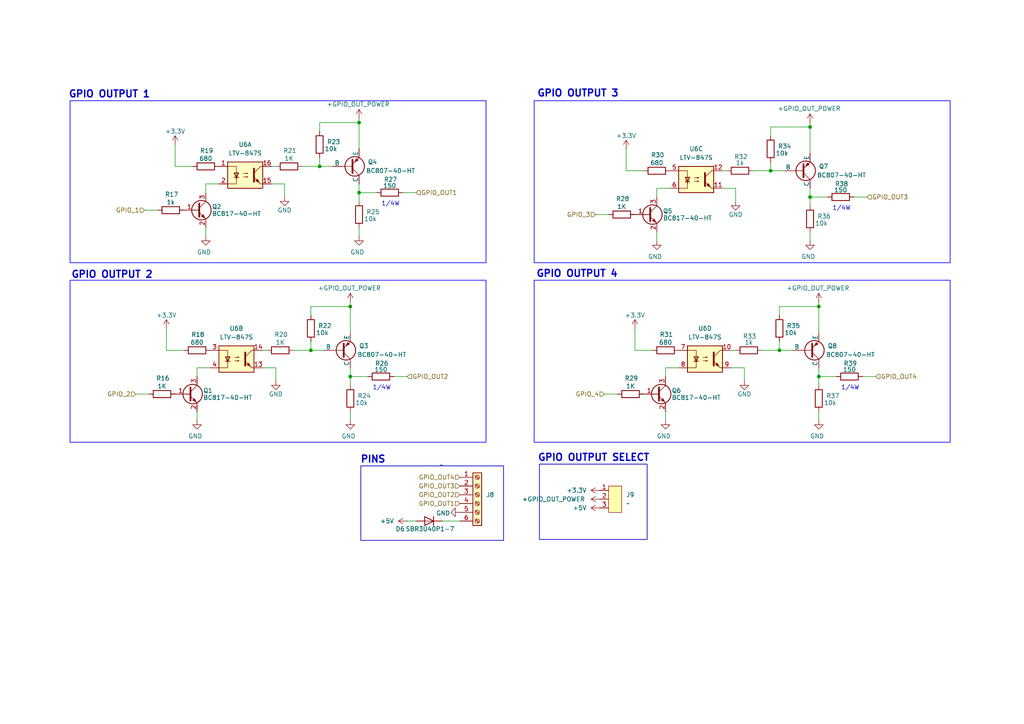
<source format=kicad_sch>
(kicad_sch (version 20250114) (generator "eeschema") (generator_version "9.0")
  (paper "A4")
  (title_block (title "Analog Reading") (date "2025-05-20") (company "Mergened") (comment 1 "Designed by Oguzhan ESEN"))
  (lib_symbols
    (symbol "CONN_Header_6pos:1x3"
      (property "Reference" "C" (at 4.064 8.89 0))
      (symbol "1x3_1_1"
        (rectangle (start 0 7.62) (end 3.81 0) (fill (type color) (color 251 255 172 1)))
        (pin passive line (at -2.54 6.35 0) (length 2.54) (name "") (number "1"))
        (pin passive line (at -2.54 3.81 0) (length 2.54) (name "") (number "2"))
        (pin passive line (at -2.54 1.27 0) (length 2.54) (name "") (number "3"))
      )
    )
    (symbol "Connector:Screw_Terminal_01x06" (pin_names (offset 1.016) (hide yes))
      (property "Reference" "J" (at 0 7.62 0))
      (property "Value" "Screw_Terminal_01x06" (at 0 -10.16 0))
      (symbol "Screw_Terminal_01x06_1_1"
        (rectangle (start -1.27 6.35) (end 1.27 -8.89) (stroke (width 0.254)) (fill (type background)))
        (polyline (pts (xy -0.5334 5.4102) (xy 0.3302 4.572)) (stroke (width 0.1524)))
        (polyline (pts (xy -0.5334 2.8702) (xy 0.3302 2.032)) (stroke (width 0.1524)))
        (polyline (pts (xy -0.5334 0.3302) (xy 0.3302 -0.508)) (stroke (width 0.1524)))
        (polyline (pts (xy -0.5334 -2.2098) (xy 0.3302 -3.048)) (stroke (width 0.1524)))
        (polyline (pts (xy -0.5334 -4.7498) (xy 0.3302 -5.588)) (stroke (width 0.1524)))
        (polyline (pts (xy -0.5334 -7.2898) (xy 0.3302 -8.128)) (stroke (width 0.1524)))
        (polyline (pts (xy -0.3556 5.588) (xy 0.508 4.7498)) (stroke (width 0.1524)))
        (polyline (pts (xy -0.3556 3.048) (xy 0.508 2.2098)) (stroke (width 0.1524)))
        (polyline (pts (xy -0.3556 0.508) (xy 0.508 -0.3302)) (stroke (width 0.1524)))
        (polyline (pts (xy -0.3556 -2.032) (xy 0.508 -2.8702)) (stroke (width 0.1524)))
        (polyline (pts (xy -0.3556 -4.572) (xy 0.508 -5.4102)) (stroke (width 0.1524)))
        (polyline (pts (xy -0.3556 -7.112) (xy 0.508 -7.9502)) (stroke (width 0.1524)))
        (circle (center 0 5.08) (radius 0.635) (stroke (width 0.1524)))
        (circle (center 0 2.54) (radius 0.635) (stroke (width 0.1524)))
        (circle (center 0 0) (radius 0.635) (stroke (width 0.1524)))
        (circle (center 0 -2.54) (radius 0.635) (stroke (width 0.1524)))
        (circle (center 0 -5.08) (radius 0.635) (stroke (width 0.1524)))
        (circle (center 0 -7.62) (radius 0.635) (stroke (width 0.1524)))
        (pin passive line (at -5.08 5.08 0) (length 3.81) (name "Pin_1") (number "1"))
        (pin passive line (at -5.08 2.54 0) (length 3.81) (name "Pin_2") (number "2"))
        (pin passive line (at -5.08 0 0) (length 3.81) (name "Pin_3") (number "3"))
        (pin passive line (at -5.08 -2.54 0) (length 3.81) (name "Pin_4") (number "4"))
        (pin passive line (at -5.08 -5.08 0) (length 3.81) (name "Pin_5") (number "5"))
        (pin passive line (at -5.08 -7.62 0) (length 3.81) (name "Pin_6") (number "6"))
      )
    )
    (symbol "Device:D" (pin_numbers (hide yes)) (pin_names (offset 1.016) (hide yes))
      (property "Reference" "D" (at 0 2.54 0))
      (property "Value" "D" (at 0 -2.54 0))
      (symbol "D_0_1"
        (polyline (pts (xy -1.27 1.27) (xy -1.27 -1.27)) (stroke (width 0.254)))
        (polyline (pts (xy 1.27 1.27) (xy 1.27 -1.27) (xy -1.27 0) (xy 1.27 1.27)) (stroke (width 0.254)))
        (polyline (pts (xy 1.27 0) (xy -1.27 0)))
      )
      (symbol "D_1_1"
        (pin passive line (at -3.81 0 0) (length 2.54) (name "K") (number "1"))
        (pin passive line (at 3.81 0 180) (length 2.54) (name "A") (number "2"))
      )
    )
    (symbol "Device:R" (pin_numbers (hide yes)) (pin_names (offset 0))
      (property "Reference" "R" (at 2.032 0 90))
      (property "Value" "R" (at 0 0 90))
      (symbol "R_0_1"
        (rectangle (start -1.016 -2.54) (end 1.016 2.54) (stroke (width 0.254)))
      )
      (symbol "R_1_1"
        (pin passive line (at 0 3.81 270) (length 1.27) (name "~") (number "1"))
        (pin passive line (at 0 -3.81 90) (length 1.27) (name "~") (number "2"))
      )
    )
    (symbol "Isolator:LTV-847S" (pin_names (offset 1.016))
      (property "Reference" "U" (at -3.81 5.08 0))
      (property "Value" "LTV-847S" (at 0 -5.08 0))
      (symbol "LTV-847S_0_1"
        (rectangle (start -5.08 3.81) (end 5.08 -3.81) (stroke (width 0.254)) (fill (type background)))
        (polyline (pts (xy -5.08 2.54) (xy -2.54 2.54) (xy -2.54 -1.27) (xy -2.54 0.635)))
        (polyline (pts (xy -3.175 -0.635) (xy -1.905 -0.635)) (stroke (width 0.254)))
        (polyline (pts (xy -2.54 -0.635) (xy -2.54 -2.54) (xy -5.08 -2.54)))
        (polyline (pts (xy -2.54 -0.635) (xy -3.175 0.635) (xy -1.905 0.635) (xy -2.54 -0.635)) (stroke (width 0.254)))
        (polyline (pts (xy -0.508 0.508) (xy 0.762 0.508) (xy 0.381 0.381) (xy 0.381 0.635) (xy 0.762 0.508)))
        (polyline (pts (xy -0.508 -0.508) (xy 0.762 -0.508) (xy 0.381 -0.635) (xy 0.381 -0.381) (xy 0.762 -0.508)))
        (polyline (pts (xy 2.54 1.905) (xy 2.54 -1.905) (xy 2.54 -1.905)) (stroke (width 0.508)))
        (polyline (pts (xy 2.54 0.635) (xy 4.445 2.54)))
        (polyline (pts (xy 3.048 -1.651) (xy 3.556 -1.143) (xy 4.064 -2.159) (xy 3.048 -1.651) (xy 3.048 -1.651)) (fill (type outline)))
        (polyline (pts (xy 4.445 2.54) (xy 5.08 2.54)))
        (polyline (pts (xy 4.445 -2.54) (xy 2.54 -0.635)) (fill (type outline)))
        (polyline (pts (xy 4.445 -2.54) (xy 5.08 -2.54)))
      )
      (symbol "LTV-847S_1_1"
        (pin passive line (at -7.62 2.54 0) (length 2.54) (name "~") (number "1"))
        (pin passive line (at -7.62 -2.54 0) (length 2.54) (name "~") (number "2"))
        (pin passive line (at 7.62 2.54 180) (length 2.54) (name "~") (number "16"))
        (pin passive line (at 7.62 -2.54 180) (length 2.54) (name "~") (number "15"))
      )
      (symbol "LTV-847S_2_1"
        (pin passive line (at -7.62 2.54 0) (length 2.54) (name "~") (number "3"))
        (pin passive line (at -7.62 -2.54 0) (length 2.54) (name "~") (number "4"))
        (pin passive line (at 7.62 2.54 180) (length 2.54) (name "~") (number "14"))
        (pin passive line (at 7.62 -2.54 180) (length 2.54) (name "~") (number "13"))
      )
      (symbol "LTV-847S_3_1"
        (pin passive line (at -7.62 2.54 0) (length 2.54) (name "~") (number "5"))
        (pin passive line (at -7.62 -2.54 0) (length 2.54) (name "~") (number "6"))
        (pin passive line (at 7.62 2.54 180) (length 2.54) (name "~") (number "12"))
        (pin passive line (at 7.62 -2.54 180) (length 2.54) (name "~") (number "11"))
      )
      (symbol "LTV-847S_4_1"
        (pin passive line (at -7.62 2.54 0) (length 2.54) (name "~") (number "7"))
        (pin passive line (at -7.62 -2.54 0) (length 2.54) (name "~") (number "8"))
        (pin passive line (at 7.62 2.54 180) (length 2.54) (name "~") (number "10"))
        (pin passive line (at 7.62 -2.54 180) (length 2.54) (name "~") (number "9"))
      )
    )
    (symbol "Simulation_SPICE:PNP" (pin_numbers (hide yes)) (pin_names (offset 0))
      (property "Reference" "Q7" (at 5.08 -1.2701 0))
      (property "Value" "PNP" (at 5.08 1.2699 0))
      (symbol "PNP_0_1"
        (polyline (pts (xy -2.54 0) (xy 0.635 0)) (stroke (width 0.1524)))
        (polyline (pts (xy 0.635 1.905) (xy 0.635 -1.905) (xy 0.635 -1.905)) (stroke (width 0.508)))
        (polyline (pts (xy 0.635 0.635) (xy 2.54 2.54)))
        (polyline (pts (xy 0.635 -0.635) (xy 2.54 -2.54) (xy 2.54 -2.54)))
        (circle (center 1.27 0) (radius 2.8194) (stroke (width 0.254)))
        (polyline (pts (xy 2.286 -1.778) (xy 1.778 -2.286) (xy 1.27 -1.27) (xy 2.286 -1.778) (xy 2.286 -1.778)) (fill (type outline)))
      )
      (symbol "PNP_1_1"
        (pin input line (at -5.08 0 0) (length 2.54) (name "B") (number "1"))
        (pin open_collector line (at 2.54 5.08 270) (length 2.54) (name "C") (number "3"))
        (pin open_emitter line (at 2.54 -5.08 90) (length 2.54) (name "E") (number "2"))
      )
    )
    (symbol "Transistor_BJT:BC817" (pin_names (offset 0) (hide yes))
      (property "Reference" "Q" (at 5.08 1.905 0))
      (property "Value" "BC817" (at 5.08 0 0))
      (symbol "BC817_0_1"
        (polyline (pts (xy 0.635 1.905) (xy 0.635 -1.905) (xy 0.635 -1.905)) (stroke (width 0.508)))
        (polyline (pts (xy 0.635 0.635) (xy 2.54 2.54)))
        (polyline (pts (xy 0.635 -0.635) (xy 2.54 -2.54) (xy 2.54 -2.54)))
        (circle (center 1.27 0) (radius 2.8194) (stroke (width 0.254)))
        (polyline (pts (xy 1.27 -1.778) (xy 1.778 -1.27) (xy 2.286 -2.286) (xy 1.27 -1.778) (xy 1.27 -1.778)) (fill (type outline)))
      )
      (symbol "BC817_1_1"
        (pin input line (at -5.08 0 0) (length 5.715) (name "B") (number "1"))
        (pin passive line (at 2.54 5.08 270) (length 2.54) (name "C") (number "3"))
        (pin passive line (at 2.54 -5.08 90) (length 2.54) (name "E") (number "2"))
      )
    )
    (symbol "power:+3.3V" (power) (pin_numbers (hide yes)) (pin_names (offset 0) (hide yes))
      (property "Value" "+3.3V" (at 0 3.556 0))
      (symbol "+3.3V_0_1"
        (polyline (pts (xy -0.762 1.27) (xy 0 2.54)))
        (polyline (pts (xy 0 2.54) (xy 0.762 1.27)))
        (polyline (pts (xy 0 0) (xy 0 2.54)))
      )
      (symbol "+3.3V_1_1"
        (pin power_in line (at 0 0 90) (length 0) (name "~") (number "1"))
      )
    )
    (symbol "power:+5V" (power) (pin_numbers (hide yes)) (pin_names (offset 0) (hide yes))
      (property "Value" "+5V" (at 0 3.556 0))
      (symbol "+5V_0_1"
        (polyline (pts (xy -0.762 1.27) (xy 0 2.54)))
        (polyline (pts (xy 0 2.54) (xy 0.762 1.27)))
        (polyline (pts (xy 0 0) (xy 0 2.54)))
      )
      (symbol "+5V_1_1"
        (pin power_in line (at 0 0 90) (length 0) (name "~") (number "1"))
      )
    )
    (symbol "power:GND" (power) (pin_numbers (hide yes)) (pin_names (offset 0) (hide yes))
      (property "Value" "GND" (at 0 -3.81 0))
      (symbol "GND_0_1"
        (polyline (pts (xy 0 0) (xy 0 -1.27) (xy 1.27 -1.27) (xy 0 -2.54) (xy -1.27 -1.27) (xy 0 -1.27)))
      )
      (symbol "GND_1_1"
        (pin power_in line (at 0 0 270) (length 0) (name "~") (number "1"))
      )
    )
  )
  (rectangle (start 154.94 81.28) (end 275.59 128.27) (stroke (width 0.2) (color 10 0 255 1)))
  (rectangle (start 154.94 29.21) (end 275.59 76.2) (stroke (width 0.2) (color 10 0 255 1)))
  (rectangle (start 20.32 81.28) (end 140.97 128.27) (stroke (width 0.2) (color 10 0 255 1)))
  (rectangle (start 104.648 135.128) (end 146.05 156.718) (stroke (width 0.2)))
  (rectangle (start 156.464 134.62) (end 187.706 156.464) (stroke (width 0.2)))
  (rectangle (start 20.32 29.21) (end 140.97 76.2) (stroke (width 0.2) (color 10 0 255 1)))
  (text "GPIO OUTPUT 1" (at 31.75 27.432 0) (effects (font (size 2 2) (thickness 0.4) (bold yes))))
  (text "PINS\n" (at 108.204 133.35 0) (effects (font (size 2 2) (thickness 0.4) (bold yes))))
  (text "GPIO OUTPUT 2\n" (at 32.512 79.756 0) (effects (font (size 2 2) (thickness 0.4) (bold yes))))
  (text "1/4W" (at 246.634 112.522 0) (effects (font (size 1.27 1.27))))
  (text "1/4W" (at 113.284 59.182 0) (effects (font (size 1.27 1.27))))
  (text "GPIO OUTPUT SELECT\n" (at 172.212 132.842 0) (effects (font (size 2 2) (thickness 0.4) (bold yes))))
  (text "1/4W" (at 244.094 60.452 0) (effects (font (size 1.27 1.27))))
  (text "GPIO OUTPUT 4\n" (at 167.386 79.502 0) (effects (font (size 2 2) (thickness 0.4) (bold yes))))
  (text "1/4W" (at 110.744 112.522 0) (effects (font (size 1.27 1.27))))
  (text "GPIO OUTPUT 3\n" (at 167.64 27.178 0) (effects (font (size 2 2) (thickness 0.4) (bold yes))))
  (junction (at 104.14 35.56))
  (junction (at 101.6 88.9))
  (junction (at 226.06 101.6))
  (junction (at 92.71 48.26))
  (junction (at 101.6 109.22))
  (junction (at 234.95 57.15))
  (junction (at 237.49 88.9))
  (junction (at 104.14 55.88))
  (junction (at 234.95 36.83))
  (junction (at 237.49 109.22))
  (junction (at 223.52 49.53))
  (junction (at 90.17 101.6))
  (wire (pts (xy 223.52 49.53) (xy 218.44 49.53)))
  (wire (pts (xy 223.52 36.83) (xy 223.52 39.37)))
  (wire (pts (xy 101.6 88.9) (xy 90.17 88.9)))
  (wire (pts (xy 90.17 88.9) (xy 90.17 91.44)))
  (wire (pts (xy 118.11 151.13) (xy 120.65 151.13)))
  (wire (pts (xy 92.71 35.56) (xy 92.71 38.1)))
  (wire (pts (xy 104.14 55.88) (xy 104.14 58.42)))
  (wire (pts (xy 237.49 88.9) (xy 226.06 88.9)))
  (wire (pts (xy 90.17 101.6) (xy 85.09 101.6)))
  (wire (pts (xy 250.19 109.22) (xy 254 109.22)))
  (wire (pts (xy 104.14 53.34) (xy 104.14 55.88)))
  (wire (pts (xy 128.27 151.13) (xy 133.35 151.13)))
  (wire (pts (xy 182.88 62.23) (xy 184.15 62.23)))
  (wire (pts (xy 193.04 106.68) (xy 193.04 109.22)))
  (wire (pts (xy 227.33 49.53) (xy 223.52 49.53)))
  (wire (pts (xy 50.8 114.3) (xy 49.53 114.3)))
  (wire (pts (xy 50.8 41.91) (xy 50.8 48.26)))
  (wire (pts (xy 237.49 87.63) (xy 237.49 88.9)))
  (wire (pts (xy 48.26 95.25) (xy 48.26 101.6)))
  (wire (pts (xy 190.5 54.61) (xy 190.5 57.15)))
  (wire (pts (xy 185.42 114.3) (xy 186.69 114.3)))
  (wire (pts (xy 116.84 55.88) (xy 120.65 55.88)))
  (wire (pts (xy 215.9 106.68) (xy 215.9 110.49)))
  (wire (pts (xy 194.31 54.61) (xy 190.5 54.61)))
  (wire (pts (xy 114.3 109.22) (xy 118.11 109.22)))
  (wire (pts (xy 41.91 60.96) (xy 45.72 60.96)))
  (wire (pts (xy 234.95 35.56) (xy 234.95 36.83)))
  (wire (pts (xy 184.15 95.25) (xy 184.15 101.6)))
  (wire (pts (xy 237.49 109.22) (xy 242.57 109.22)))
  (wire (pts (xy 90.17 99.06) (xy 90.17 101.6)))
  (wire (pts (xy 78.74 53.34) (xy 82.55 53.34)))
  (wire (pts (xy 59.69 53.34) (xy 59.69 55.88)))
  (wire (pts (xy 53.34 60.96) (xy 52.07 60.96)))
  (wire (pts (xy 63.5 53.34) (xy 59.69 53.34)))
  (wire (pts (xy 175.26 114.3) (xy 179.07 114.3)))
  (wire (pts (xy 234.95 57.15) (xy 234.95 59.69)))
  (wire (pts (xy 181.61 43.18) (xy 181.61 49.53)))
  (wire (pts (xy 48.26 101.6) (xy 53.34 101.6)))
  (wire (pts (xy 247.65 57.15) (xy 251.46 57.15)))
  (wire (pts (xy 209.55 54.61) (xy 213.36 54.61)))
  (wire (pts (xy 223.52 46.99) (xy 223.52 49.53)))
  (wire (pts (xy 92.71 45.72) (xy 92.71 48.26)))
  (wire (pts (xy 237.49 88.9) (xy 237.49 96.52)))
  (wire (pts (xy 104.14 35.56) (xy 92.71 35.56)))
  (wire (pts (xy 101.6 109.22) (xy 106.68 109.22)))
  (wire (pts (xy 50.8 48.26) (xy 55.88 48.26)))
  (wire (pts (xy 226.06 88.9) (xy 226.06 91.44)))
  (wire (pts (xy 234.95 69.85) (xy 234.95 67.31)))
  (wire (pts (xy 226.06 101.6) (xy 220.98 101.6)))
  (wire (pts (xy 59.69 66.04) (xy 59.69 68.58)))
  (wire (pts (xy 193.04 119.38) (xy 193.04 121.92)))
  (wire (pts (xy 196.85 106.68) (xy 193.04 106.68)))
  (wire (pts (xy 226.06 99.06) (xy 226.06 101.6)))
  (wire (pts (xy 184.15 101.6) (xy 189.23 101.6)))
  (wire (pts (xy 104.14 55.88) (xy 109.22 55.88)))
  (wire (pts (xy 80.01 48.26) (xy 78.74 48.26)))
  (wire (pts (xy 213.36 54.61) (xy 213.36 58.42)))
  (wire (pts (xy 237.49 121.92) (xy 237.49 119.38)))
  (wire (pts (xy 234.95 36.83) (xy 234.95 44.45)))
  (wire (pts (xy 92.71 48.26) (xy 87.63 48.26)))
  (wire (pts (xy 96.52 48.26) (xy 92.71 48.26)))
  (wire (pts (xy 39.37 114.3) (xy 43.18 114.3)))
  (wire (pts (xy 93.98 101.6) (xy 90.17 101.6)))
  (wire (pts (xy 101.6 106.68) (xy 101.6 109.22)))
  (wire (pts (xy 104.14 68.58) (xy 104.14 66.04)))
  (wire (pts (xy 60.96 106.68) (xy 57.15 106.68)))
  (wire (pts (xy 237.49 106.68) (xy 237.49 109.22)))
  (wire (pts (xy 234.95 36.83) (xy 223.52 36.83)))
  (wire (pts (xy 101.6 109.22) (xy 101.6 111.76)))
  (wire (pts (xy 104.14 34.29) (xy 104.14 35.56)))
  (wire (pts (xy 80.01 106.68) (xy 80.01 110.49)))
  (wire (pts (xy 172.72 62.23) (xy 176.53 62.23)))
  (wire (pts (xy 229.87 101.6) (xy 226.06 101.6)))
  (wire (pts (xy 82.55 53.34) (xy 82.55 57.15)))
  (wire (pts (xy 77.47 101.6) (xy 76.2 101.6)))
  (wire (pts (xy 234.95 57.15) (xy 240.03 57.15)))
  (wire (pts (xy 213.36 101.6) (xy 212.09 101.6)))
  (wire (pts (xy 181.61 49.53) (xy 186.69 49.53)))
  (wire (pts (xy 237.49 109.22) (xy 237.49 111.76)))
  (wire (pts (xy 57.15 106.68) (xy 57.15 109.22)))
  (wire (pts (xy 101.6 121.92) (xy 101.6 119.38)))
  (wire (pts (xy 101.6 88.9) (xy 101.6 96.52)))
  (wire (pts (xy 190.5 67.31) (xy 190.5 69.85)))
  (wire (pts (xy 76.2 106.68) (xy 80.01 106.68)))
  (wire (pts (xy 212.09 106.68) (xy 215.9 106.68)))
  (wire (pts (xy 57.15 119.38) (xy 57.15 121.92)))
  (wire (pts (xy 210.82 49.53) (xy 209.55 49.53)))
  (wire (pts (xy 104.14 35.56) (xy 104.14 43.18)))
  (wire (pts (xy 101.6 87.63) (xy 101.6 88.9)))
  (wire (pts (xy 234.95 54.61) (xy 234.95 57.15)))
  (hierarchical_label "GPIO_2" (shape input) (at 39.37 114.3 180))
  (hierarchical_label "GPIO_OUT2" (shape input) (at 133.35 143.51 180))
  (hierarchical_label "GPIO_OUT2" (shape input) (at 118.11 109.22 0))
  (hierarchical_label "GPIO_OUT1" (shape input) (at 120.65 55.88 0))
  (hierarchical_label "GPIO_OUT3" (shape input) (at 251.46 57.15 0))
  (hierarchical_label "GPIO_OUT4" (shape input) (at 254 109.22 0))
  (hierarchical_label "GPIO_4" (shape input) (at 175.26 114.3 180))
  (hierarchical_label "GPIO_OUT3" (shape input) (at 133.35 140.97 180))
  (hierarchical_label "GPIO_3" (shape input) (at 172.72 62.23 180))
  (hierarchical_label "GPIO_OUT4" (shape input) (at 133.35 138.43 180))
  (hierarchical_label "GPIO_1" (shape input) (at 41.91 60.96 180))
  (hierarchical_label "GPIO_OUT1" (shape input) (at 133.35 146.05 180))
  (symbol (lib_id "Device:R") (at 81.28 101.6 90) (unit 1)
    (property "Reference" "R20" (at 81.534 97.028 90))
    (property "Value" "1K" (at 81.28 99.314 90))
    (property "Footprint" "Resistor_SMD:R_0603_1608Metric_Pad0.98x0.95mm_HandSolder" (effects (hide yes)))
    (property "Description" "Resistor" (effects (hide yes)))
    (property "DigiKey" "CRT03F7E1001" (effects (hide yes)))
    (property "OZDISAN" "CRT03F7E1001" (effects (hide yes)))
  )
  (symbol (lib_id "Device:R") (at 190.5 49.53 90) (unit 1)
    (property "Reference" "R30" (at 190.754 44.958 90))
    (property "Value" "680" (at 190.5 47.244 90))
    (property "Footprint" "Resistor_SMD:R_0603_1608Metric_Pad0.98x0.95mm_HandSolder" (effects (hide yes)))
    (property "Description" "Resistor" (effects (hide yes)))
    (property "DigiKey" "  311-210HRTR-ND" (effects (hide yes)))
    (property "OZDISAN" "0603SAF6800T5E" (effects (hide yes)))
  )
  (symbol (lib_id "Device:R") (at 223.52 43.18 0) (mirror x) (unit 1)
    (property "Reference" "R34" (at 227.584 42.418 0))
    (property "Value" "10k" (at 226.822 44.45 0))
    (property "Footprint" "Resistor_SMD:R_0603_1608Metric_Pad0.98x0.95mm_HandSolder" (effects (hide yes)))
    (property "Description" "Resistor" (effects (hide yes)))
    (property "DigiKey" "  311-210HRTR-ND" (effects (hide yes)))
    (property "OZDISAN" "0603SAJ0103TDE" (effects (hide yes)))
  )
  (symbol (lib_id "power:GND") (at 57.15 121.92 0) (unit 1)
    (property "Reference" "#PWR041" (effects (hide yes)))
    (property "Value" "GND" (at 56.642 126.492 0))
    (property "Description" "Power symbol creates a global label with name \"GND\" , ground" (effects (hide yes)))
  )
  (symbol (lib_id "power:+3.3V") (at 173.99 142.24 90) (unit 1)
    (property "Reference" "#PWR051" (effects (hide yes)))
    (property "Value" "+3.3V" (at 170.18 142.2399 90) (effects (justify left)))
    (property "Description" "Power symbol creates a global label with name \"+3.3V\"" (effects (hide yes)))
  )
  (symbol (lib_id "Device:R") (at 193.04 101.6 90) (unit 1)
    (property "Reference" "R31" (at 193.294 97.028 90))
    (property "Value" "680" (at 193.04 99.314 90))
    (property "Footprint" "Resistor_SMD:R_0603_1608Metric_Pad0.98x0.95mm_HandSolder" (effects (hide yes)))
    (property "Description" "Resistor" (effects (hide yes)))
    (property "DigiKey" "  311-210HRTR-ND" (effects (hide yes)))
    (property "OZDISAN" "0603SAF6800T5E" (effects (hide yes)))
  )
  (symbol (lib_id "power:GND") (at 80.01 110.49 0) (unit 1)
    (property "Reference" "#PWR043" (effects (hide yes)))
    (property "Value" "GND" (at 80.01 114.3 0))
    (property "Description" "Power symbol creates a global label with name \"GND\" , ground" (effects (hide yes)))
  )
  (symbol (lib_id "power:GND") (at 133.35 148.59 270) (mirror x) (unit 1)
    (property "Reference" "#PWR050" (effects (hide yes)))
    (property "Value" "GND" (at 128.524 148.844 90))
    (property "Description" "Power symbol creates a global label with name \"GND\" , ground" (effects (hide yes)))
  )
  (symbol (lib_id "Simulation_SPICE:PNP") (at 99.06 101.6 0) (mirror x) (unit 1)
    (property "Reference" "Q3" (at 104.14 100.3299 0) (effects (justify left)))
    (property "Value" "BC807-40-HT" (at 103.632 102.87 0) (effects (justify left)))
    (property "Footprint" "Package_TO_SOT_SMD:SOT-23-3" (effects (hide yes)))
    (property "Datasheet" "https://ngspice.sourceforge.io/docs/ngspice-html-manual/manual.xhtml#cha_BJTs" (effects (hide yes)))
    (property "Description" "Bipolar transistor symbol for simulation only, substrate tied to the emitter" (effects (hide yes)))
    (property "Sim.Device" "PNP" (effects (hide yes)))
    (property "Sim.Type" "GUMMELPOON" (effects (hide yes)))
    (property "Sim.Pins" "1=C 2=B 3=E" (effects (hide yes)))
    (property "ÖZDİSAN" "BC857B,215" (effects (hide yes)))
    (property "OZDISAN" "BC807-40-HT" (effects (hide yes)))
  )
  (symbol (lib_id "power:GND") (at 59.69 68.58 0) (unit 1)
    (property "Reference" "#PWR042" (effects (hide yes)))
    (property "Value" "GND" (at 59.182 73.152 0))
    (property "Description" "Power symbol creates a global label with name \"GND\" , ground" (effects (hide yes)))
  )
  (symbol (lib_id "power:GND") (at 234.95 69.85 0) (unit 1)
    (property "Reference" "#PWR061" (effects (hide yes)))
    (property "Value" "GND" (at 234.442 74.422 0))
    (property "Description" "Power symbol creates a global label with name \"GND\" , ground" (effects (hide yes)))
  )
  (symbol (lib_id "power:+5V") (at 173.99 144.78 90) (unit 1)
    (property "Reference" "#PWR052" (effects (hide yes)))
    (property "Value" "+GPIO_OUT_POWER" (at 160.528 144.78 90))
    (property "Description" "Power symbol creates a global label with name \"+5V\"" (effects (hide yes)))
  )
  (symbol (lib_id "Device:R") (at 110.49 109.22 270) (mirror x) (unit 1)
    (property "Reference" "R26" (at 110.744 105.41 90))
    (property "Value" "150" (at 110.49 107.188 90))
    (property "Footprint" "Resistor_SMD:R_1206_3216Metric_Pad1.30x1.75mm_HandSolder" (effects (hide yes)))
    (property "Description" "Resistor" (effects (hide yes)))
    (property "DigiKey" "  311-210HRTR-ND" (effects (hide yes)))
    (property "OZDISAN" "ERJ8GEYJ151V" (effects (hide yes)))
  )
  (symbol (lib_id "Simulation_SPICE:PNP") (at 234.95 101.6 0) (mirror x) (unit 1)
    (property "Reference" "Q8" (at 240.03 100.3299 0) (effects (justify left)))
    (property "Value" "BC807-40-HT" (at 239.522 102.87 0) (effects (justify left)))
    (property "Footprint" "Package_TO_SOT_SMD:SOT-23-3" (effects (hide yes)))
    (property "Datasheet" "https://ngspice.sourceforge.io/docs/ngspice-html-manual/manual.xhtml#cha_BJTs" (effects (hide yes)))
    (property "Description" "Bipolar transistor symbol for simulation only, substrate tied to the emitter" (effects (hide yes)))
    (property "Sim.Device" "PNP" (effects (hide yes)))
    (property "Sim.Type" "GUMMELPOON" (effects (hide yes)))
    (property "Sim.Pins" "1=C 2=B 3=E" (effects (hide yes)))
    (property "ÖZDİSAN" "BC857B,215" (effects (hide yes)))
    (property "OZDISAN" "BC807-40-HT" (effects (hide yes)))
  )
  (symbol (lib_id "Device:R") (at 113.03 55.88 270) (mirror x) (unit 1)
    (property "Reference" "R27" (at 113.284 52.07 90))
    (property "Value" "150" (at 113.03 53.848 90))
    (property "Footprint" "Resistor_SMD:R_1206_3216Metric_Pad1.30x1.75mm_HandSolder" (effects (hide yes)))
    (property "Description" "Resistor" (effects (hide yes)))
    (property "DigiKey" "  311-210HRTR-ND" (effects (hide yes)))
    (property "OZDISAN" "ERJ8GEYJ151V" (effects (hide yes)))
  )
  (symbol (lib_id "Transistor_BJT:BC817") (at 54.61 114.3 0) (unit 1)
    (property "Reference" "Q1" (at 58.928 113.284 0) (effects (justify left)))
    (property "Value" "BC817-40-HT" (at 58.928 115.316 0) (effects (justify left)))
    (property "Footprint" "Package_TO_SOT_SMD:SOT-23" (effects (hide yes)))
    (property "Datasheet" "https://www.ozdisan.com/api/pdf/product/assets/BC817_BC817W_BC337.pdf" (effects (hide yes)))
    (property "Description" "TRANSISTOR DIS.500mA 45V NPN SOT23 GEN. SMT" (effects (hide yes)))
    (property "OZDISAN" "BC817-40-HT" (effects (hide yes)))
  )
  (symbol (lib_id "power:GND") (at 193.04 121.92 0) (unit 1)
    (property "Reference" "#PWR057" (effects (hide yes)))
    (property "Value" "GND" (at 192.532 126.492 0))
    (property "Description" "Power symbol creates a global label with name \"GND\" , ground" (effects (hide yes)))
  )
  (symbol (lib_id "Device:R") (at 226.06 95.25 0) (mirror x) (unit 1)
    (property "Reference" "R35" (at 230.124 94.488 0))
    (property "Value" "10k" (at 229.362 96.52 0))
    (property "Footprint" "Resistor_SMD:R_0603_1608Metric_Pad0.98x0.95mm_HandSolder" (effects (hide yes)))
    (property "Description" "Resistor" (effects (hide yes)))
    (property "DigiKey" "  311-210HRTR-ND" (effects (hide yes)))
    (property "OZDISAN" "0603SAJ0103TDE" (effects (hide yes)))
  )
  (symbol (lib_id "power:+3.3V") (at 50.8 41.91 0) (unit 1)
    (property "Reference" "#PWR040" (effects (hide yes)))
    (property "Value" "+3.3V" (at 50.8 38.1 0))
    (property "Description" "Power symbol creates a global label with name \"+3.3V\"" (effects (hide yes)))
  )
  (symbol (lib_id "Isolator:LTV-847S") (at 201.93 52.07 0) (unit 3)
    (property "Reference" "U6" (at 201.93 43.18 0))
    (property "Value" "LTV-847S" (at 201.93 45.72 0))
    (property "Footprint" "Package_DIP:SMDIP-16_W9.53mm" (effects (hide yes)))
    (property "Datasheet" "http://www.us.liteon.com/downloads/LTV-817-827-847.PDF" (effects (hide yes)))
    (property "Description" "DC Optocoupler, Vce 35V, CTR 50%, SMDIP-16" (effects (hide yes)))
    (property "OZDISAN" "LTV-847S" (effects (hide yes)))
  )
  (symbol (lib_id "Device:R") (at 90.17 95.25 0) (mirror x) (unit 1)
    (property "Reference" "R22" (at 94.234 94.488 0))
    (property "Value" "10k" (at 93.472 96.52 0))
    (property "Footprint" "Resistor_SMD:R_0603_1608Metric_Pad0.98x0.95mm_HandSolder" (effects (hide yes)))
    (property "Description" "Resistor" (effects (hide yes)))
    (property "DigiKey" "  311-210HRTR-ND" (effects (hide yes)))
    (property "OZDISAN" "0603SAJ0103TDE" (effects (hide yes)))
  )
  (symbol (lib_id "power:GND") (at 190.5 69.85 0) (unit 1)
    (property "Reference" "#PWR056" (effects (hide yes)))
    (property "Value" "GND" (at 189.992 74.422 0))
    (property "Description" "Power symbol creates a global label with name \"GND\" , ground" (effects (hide yes)))
  )
  (symbol (lib_id "Device:R") (at 57.15 101.6 90) (unit 1)
    (property "Reference" "R18" (at 57.404 97.028 90))
    (property "Value" "680" (at 57.15 99.314 90))
    (property "Footprint" "Resistor_SMD:R_0603_1608Metric_Pad0.98x0.95mm_HandSolder" (effects (hide yes)))
    (property "Description" "Resistor" (effects (hide yes)))
    (property "DigiKey" "  311-210HRTR-ND" (effects (hide yes)))
    (property "OZDISAN" "0603SAF6800T5E" (effects (hide yes)))
  )
  (symbol (lib_id "Simulation_SPICE:PNP") (at 232.41 49.53 0) (mirror x) (unit 1)
    (property "Reference" "Q7" (at 237.49 48.2599 0) (effects (justify left)))
    (property "Value" "BC807-40-HT" (at 236.982 50.8 0) (effects (justify left)))
    (property "Footprint" "Package_TO_SOT_SMD:SOT-23-3" (effects (hide yes)))
    (property "Datasheet" "https://ngspice.sourceforge.io/docs/ngspice-html-manual/manual.xhtml#cha_BJTs" (effects (hide yes)))
    (property "Description" "Bipolar transistor symbol for simulation only, substrate tied to the emitter" (effects (hide yes)))
    (property "Sim.Device" "PNP" (effects (hide yes)))
    (property "Sim.Type" "GUMMELPOON" (effects (hide yes)))
    (property "Sim.Pins" "1=C 2=B 3=E" (effects (hide yes)))
    (property "ÖZDİSAN" "BC857B,215" (effects (hide yes)))
    (property "OZDISAN" "BC807-40-HT" (effects (hide yes)))
  )
  (symbol (lib_id "power:+3.3V") (at 184.15 95.25 0) (unit 1)
    (property "Reference" "#PWR055" (effects (hide yes)))
    (property "Value" "+3.3V" (at 184.15 91.44 0))
    (property "Description" "Power symbol creates a global label with name \"+3.3V\"" (effects (hide yes)))
  )
  (symbol (lib_id "power:GND") (at 215.9 110.49 0) (unit 1)
    (property "Reference" "#PWR059" (effects (hide yes)))
    (property "Value" "GND" (at 215.9 114.3 0))
    (property "Description" "Power symbol creates a global label with name \"GND\" , ground" (effects (hide yes)))
  )
  (symbol (lib_id "Device:R") (at 243.84 57.15 270) (mirror x) (unit 1)
    (property "Reference" "R38" (at 244.094 53.34 90))
    (property "Value" "150" (at 243.84 55.118 90))
    (property "Footprint" "Resistor_SMD:R_1206_3216Metric_Pad1.30x1.75mm_HandSolder" (effects (hide yes)))
    (property "Description" "Resistor" (effects (hide yes)))
    (property "DigiKey" "  311-210HRTR-ND" (effects (hide yes)))
    (property "OZDISAN" "ERJ8GEYJ151V" (effects (hide yes)))
  )
  (symbol (lib_id "Device:R") (at 182.88 114.3 90) (unit 1)
    (property "Reference" "R29" (at 183.134 109.728 90))
    (property "Value" "1K" (at 182.88 112.014 90))
    (property "Footprint" "Resistor_SMD:R_0603_1608Metric_Pad0.98x0.95mm_HandSolder" (effects (hide yes)))
    (property "Description" "Resistor" (effects (hide yes)))
    (property "DigiKey" "  311-210HRTR-ND" (effects (hide yes)))
    (property "OZDISAN" "CRT03F7E1001" (effects (hide yes)))
  )
  (symbol (lib_id "Device:R") (at 46.99 114.3 90) (unit 1)
    (property "Reference" "R16" (at 47.244 109.728 90))
    (property "Value" "1K" (at 46.99 112.014 90))
    (property "Footprint" "Resistor_SMD:R_0603_1608Metric_Pad0.98x0.95mm_HandSolder" (effects (hide yes)))
    (property "Description" "Resistor" (effects (hide yes)))
    (property "DigiKey" "CRT03F7E1001" (effects (hide yes)))
    (property "OZDISAN" "CRT03F7E1001" (effects (hide yes)))
  )
  (symbol (lib_id "Device:R") (at 83.82 48.26 90) (unit 1)
    (property "Reference" "R21" (at 84.074 43.688 90))
    (property "Value" "1K" (at 83.82 45.974 90))
    (property "Footprint" "Resistor_SMD:R_0603_1608Metric_Pad0.98x0.95mm_HandSolder" (effects (hide yes)))
    (property "Description" "Resistor" (effects (hide yes)))
    (property "DigiKey" "CRT03F7E1001" (effects (hide yes)))
    (property "OZDISAN" "CRT03F7E1001" (effects (hide yes)))
  )
  (symbol (lib_id "Isolator:LTV-847S") (at 68.58 104.14 0) (unit 2)
    (property "Reference" "U6" (at 68.58 95.25 0))
    (property "Value" "LTV-847S" (at 68.58 97.79 0))
    (property "Footprint" "Package_DIP:SMDIP-16_W9.53mm" (effects (hide yes)))
    (property "Datasheet" "http://www.us.liteon.com/downloads/LTV-817-827-847.PDF" (effects (hide yes)))
    (property "Description" "DC Optocoupler, Vce 35V, CTR 50%, SMDIP-16" (effects (hide yes)))
    (property "OZDISAN" "LTV-847S" (effects (hide yes)))
  )
  (symbol (lib_id "Device:R") (at 49.53 60.96 90) (unit 1)
    (property "Reference" "R17" (at 49.784 56.388 90))
    (property "Value" "1k" (at 49.53 58.674 90))
    (property "Footprint" "Resistor_SMD:R_0603_1608Metric_Pad0.98x0.95mm_HandSolder" (effects (hide yes)))
    (property "Description" "Resistor" (effects (hide yes)))
    (property "OZDISAN" "CRT03F7E1001" (effects (hide yes)))
  )
  (symbol (lib_id "power:+3.3V") (at 181.61 43.18 0) (unit 1)
    (property "Reference" "#PWR054" (effects (hide yes)))
    (property "Value" "+3.3V" (at 181.61 39.37 0))
    (property "Description" "Power symbol creates a global label with name \"+3.3V\"" (effects (hide yes)))
  )
  (symbol (lib_id "power:GND") (at 104.14 68.58 0) (unit 1)
    (property "Reference" "#PWR048" (effects (hide yes)))
    (property "Value" "GND" (at 103.632 73.152 0))
    (property "Description" "Power symbol creates a global label with name \"GND\" , ground" (effects (hide yes)))
  )
  (symbol (lib_id "Isolator:LTV-847S") (at 71.12 50.8 0) (unit 1)
    (property "Reference" "U6" (at 71.12 41.91 0))
    (property "Value" "LTV-847S" (at 71.12 44.45 0))
    (property "Footprint" "Package_DIP:SMDIP-16_W9.53mm" (effects (hide yes)))
    (property "Datasheet" "http://www.us.liteon.com/downloads/LTV-817-827-847.PDF" (effects (hide yes)))
    (property "Description" "DC Optocoupler, Vce 35V, CTR 50%, SMDIP-16" (effects (hide yes)))
    (property "OZDISAN" "LTV-847S" (effects (hide yes)))
  )
  (symbol (lib_id "power:GND") (at 213.36 58.42 0) (unit 1)
    (property "Reference" "#PWR058" (effects (hide yes)))
    (property "Value" "GND" (at 213.36 62.23 0))
    (property "Description" "Power symbol creates a global label with name \"GND\" , ground" (effects (hide yes)))
  )
  (symbol (lib_id "power:+5V") (at 237.49 87.63 0) (unit 1)
    (property "Reference" "#PWR062" (effects (hide yes)))
    (property "Value" "+GPIO_OUT_POWER" (at 237.236 83.566 0))
    (property "Description" "Power symbol creates a global label with name \"+5V\"" (effects (hide yes)))
  )
  (symbol (lib_id "power:+3.3V") (at 48.26 95.25 0) (unit 1)
    (property "Reference" "#PWR039" (effects (hide yes)))
    (property "Value" "+3.3V" (at 48.26 91.44 0))
    (property "Description" "Power symbol creates a global label with name \"+3.3V\"" (effects (hide yes)))
  )
  (symbol (lib_id "Device:R") (at 59.69 48.26 90) (unit 1)
    (property "Reference" "R19" (at 59.944 43.688 90))
    (property "Value" "680" (at 59.69 45.974 90))
    (property "Footprint" "Resistor_SMD:R_0603_1608Metric_Pad0.98x0.95mm_HandSolder" (effects (hide yes)))
    (property "Description" "Resistor" (effects (hide yes)))
    (property "DigiKey" "  311-210HRTR-ND" (effects (hide yes)))
    (property "OZDISAN" "0603SAF6800T5E" (effects (hide yes)))
  )
  (symbol (lib_id "power:+5V") (at 234.95 35.56 0) (unit 1)
    (property "Reference" "#PWR060" (effects (hide yes)))
    (property "Value" "+GPIO_OUT_POWER" (at 234.696 31.496 0))
    (property "Description" "Power symbol creates a global label with name \"+5V\"" (effects (hide yes)))
  )
  (symbol (lib_id "Transistor_BJT:BC817") (at 190.5 114.3 0) (unit 1)
    (property "Reference" "Q6" (at 194.818 113.284 0) (effects (justify left)))
    (property "Value" "BC817-40-HT" (at 194.818 115.316 0) (effects (justify left)))
    (property "Footprint" "Package_TO_SOT_SMD:SOT-23" (effects (hide yes)))
    (property "Datasheet" "https://www.ozdisan.com/api/pdf/product/assets/BC817_BC817W_BC337.pdf" (effects (hide yes)))
    (property "Description" "TRANSISTOR DIS.500mA 45V NPN SOT23 GEN. SMT" (effects (hide yes)))
    (property "OZDISAN" "BC817-40-HT" (effects (hide yes)))
  )
  (symbol (lib_id "power:+5V") (at 104.14 34.29 0) (unit 1)
    (property "Reference" "#PWR047" (effects (hide yes)))
    (property "Value" "+GPIO_OUT_POWER" (at 103.886 30.226 0))
    (property "Description" "Power symbol creates a global label with name \"+5V\"" (effects (hide yes)))
  )
  (symbol (lib_id "Device:R") (at 104.14 62.23 0) (mirror x) (unit 1)
    (property "Reference" "R25" (at 108.204 61.468 0))
    (property "Value" "10k" (at 107.442 63.5 0))
    (property "Footprint" "Resistor_SMD:R_0603_1608Metric_Pad0.98x0.95mm_HandSolder" (effects (hide yes)))
    (property "Description" "Resistor" (effects (hide yes)))
    (property "DigiKey" "  311-210HRTR-ND" (effects (hide yes)))
    (property "OZDISAN" "0603SAJ0103TDE" (effects (hide yes)))
  )
  (symbol (lib_id "Device:R") (at 92.71 41.91 0) (mirror x) (unit 1)
    (property "Reference" "R23" (at 96.774 41.148 0))
    (property "Value" "10k" (at 96.012 43.18 0))
    (property "Footprint" "Resistor_SMD:R_0603_1608Metric_Pad0.98x0.95mm_HandSolder" (effects (hide yes)))
    (property "Description" "Resistor" (effects (hide yes)))
    (property "DigiKey" "  311-210HRTR-ND" (effects (hide yes)))
    (property "OZDISAN" "0603SAJ0103TDE" (effects (hide yes)))
  )
  (symbol (lib_id "power:+5V") (at 118.11 151.13 90) (mirror x) (unit 1)
    (property "Reference" "#PWR049" (effects (hide yes)))
    (property "Value" "+5V" (at 114.3 151.1301 90) (effects (justify left)))
    (property "Description" "Power symbol creates a global label with name \"+5V\"" (effects (hide yes)))
  )
  (symbol (lib_id "Transistor_BJT:BC817") (at 57.15 60.96 0) (unit 1)
    (property "Reference" "Q2" (at 61.468 59.944 0) (effects (justify left)))
    (property "Value" "BC817-40-HT" (at 61.468 61.976 0) (effects (justify left)))
    (property "Footprint" "Package_TO_SOT_SMD:SOT-23" (effects (hide yes)))
    (property "Datasheet" "https://www.ozdisan.com/api/pdf/product/assets/BC817_BC817W_BC337.pdf" (effects (hide yes)))
    (property "Description" "TRANSISTOR DIS.500mA 45V NPN SOT23 GEN. SMT" (effects (hide yes)))
    (property "OZDISAN" "BC817-40-HT" (effects (hide yes)))
  )
  (symbol (lib_id "power:GND") (at 101.6 121.92 0) (unit 1)
    (property "Reference" "#PWR046" (effects (hide yes)))
    (property "Value" "GND" (at 101.092 126.492 0))
    (property "Description" "Power symbol creates a global label with name \"GND\" , ground" (effects (hide yes)))
  )
  (symbol (lib_id "Device:R") (at 214.63 49.53 90) (unit 1)
    (property "Reference" "R32" (at 214.884 45.466 90))
    (property "Value" "1k" (at 214.63 47.244 90))
    (property "Footprint" "Resistor_SMD:R_0603_1608Metric_Pad0.98x0.95mm_HandSolder" (effects (hide yes)))
    (property "Description" "Resistor" (effects (hide yes)))
    (property "DigiKey" "  311-210HRTR-ND" (effects (hide yes)))
    (property "OZDISAN" "CRT03F7E1001" (effects (hide yes)))
  )
  (symbol (lib_id "power:+5V") (at 101.6 87.63 0) (unit 1)
    (property "Reference" "#PWR045" (effects (hide yes)))
    (property "Value" "+GPIO_OUT_POWER" (at 101.346 83.566 0))
    (property "Description" "Power symbol creates a global label with name \"+5V\"" (effects (hide yes)))
  )
  (symbol (lib_id "Device:R") (at 217.17 101.6 90) (unit 1)
    (property "Reference" "R33" (at 217.424 97.536 90))
    (property "Value" "1k" (at 217.17 99.314 90))
    (property "Footprint" "Resistor_SMD:R_0603_1608Metric_Pad0.98x0.95mm_HandSolder" (effects (hide yes)))
    (property "Description" "Resistor" (effects (hide yes)))
    (property "DigiKey" "  311-210HRTR-ND" (effects (hide yes)))
    (property "OZDISAN" "CRT03F7E1001" (effects (hide yes)))
  )
  (symbol (lib_id "Simulation_SPICE:PNP") (at 101.6 48.26 0) (mirror x) (unit 1)
    (property "Reference" "Q4" (at 106.68 46.9899 0) (effects (justify left)))
    (property "Value" "BC807-40-HT" (at 106.172 49.53 0) (effects (justify left)))
    (property "Footprint" "Package_TO_SOT_SMD:SOT-23-3" (effects (hide yes)))
    (property "Datasheet" "https://ngspice.sourceforge.io/docs/ngspice-html-manual/manual.xhtml#cha_BJTs" (effects (hide yes)))
    (property "Description" "Bipolar transistor symbol for simulation only, substrate tied to the emitter" (effects (hide yes)))
    (property "Sim.Device" "PNP" (effects (hide yes)))
    (property "Sim.Type" "GUMMELPOON" (effects (hide yes)))
    (property "Sim.Pins" "1=C 2=B 3=E" (effects (hide yes)))
    (property "ÖZDİSAN" "BC857B,215" (effects (hide yes)))
    (property "OZDISAN" "BC807-40-HT" (effects (hide yes)))
  )
  (symbol (lib_id "Device:R") (at 234.95 63.5 0) (mirror x) (unit 1)
    (property "Reference" "R36" (at 239.014 62.738 0))
    (property "Value" "10k" (at 238.252 64.77 0))
    (property "Footprint" "Resistor_SMD:R_0603_1608Metric_Pad0.98x0.95mm_HandSolder" (effects (hide yes)))
    (property "Description" "Resistor" (effects (hide yes)))
    (property "DigiKey" "  311-210HRTR-ND" (effects (hide yes)))
    (property "OZDISAN" "0603SAJ0103TDE" (effects (hide yes)))
  )
  (symbol (lib_id "power:GND") (at 237.49 121.92 0) (unit 1)
    (property "Reference" "#PWR063" (effects (hide yes)))
    (property "Value" "GND" (at 236.982 126.492 0))
    (property "Description" "Power symbol creates a global label with name \"GND\" , ground" (effects (hide yes)))
  )
  (symbol (lib_id "Transistor_BJT:BC817") (at 187.96 62.23 0) (unit 1)
    (property "Reference" "Q5" (at 192.278 61.214 0) (effects (justify left)))
    (property "Value" "BC817-40-HT" (at 192.278 63.246 0) (effects (justify left)))
    (property "Footprint" "Package_TO_SOT_SMD:SOT-23" (effects (hide yes)))
    (property "Datasheet" "https://www.ozdisan.com/api/pdf/product/assets/BC817_BC817W_BC337.pdf" (effects (hide yes)))
    (property "Description" "TRANSISTOR DIS.500mA 45V NPN SOT23 GEN. SMT" (effects (hide yes)))
    (property "OZDISAN" "BC817-40-HT" (effects (hide yes)))
  )
  (symbol (lib_id "Device:R") (at 180.34 62.23 90) (unit 1)
    (property "Reference" "R28" (at 180.594 57.658 90))
    (property "Value" "1K" (at 180.34 59.944 90))
    (property "Footprint" "Resistor_SMD:R_0603_1608Metric_Pad0.98x0.95mm_HandSolder" (effects (hide yes)))
    (property "Description" "Resistor" (effects (hide yes)))
    (property "DigiKey" "  311-210HRTR-ND" (effects (hide yes)))
    (property "OZDISAN" "CRT03F7E1001" (effects (hide yes)))
  )
  (symbol (lib_id "Device:R") (at 101.6 115.57 0) (mirror x) (unit 1)
    (property "Reference" "R24" (at 105.664 114.808 0))
    (property "Value" "10k" (at 104.902 116.84 0))
    (property "Footprint" "Resistor_SMD:R_0603_1608Metric_Pad0.98x0.95mm_HandSolder" (effects (hide yes)))
    (property "Description" "Resistor" (effects (hide yes)))
    (property "DigiKey" "  311-210HRTR-ND" (effects (hide yes)))
    (property "OZDISAN" "0603SAJ0103TDE" (effects (hide yes)))
  )
  (symbol (lib_id "Connector:Screw_Terminal_01x06") (at 138.43 143.51 0) (unit 1)
    (property "Reference" "J8" (at 140.97 143.5099 0) (effects (justify left)))
    (property "Value" "~" (at 127.508 134.874 0) (effects (justify left)))
    (property "Footprint" "Connector_Hirose:Hirose_DF13-06P-1.25DSA_1x06_P1.25mm_Vertical" (effects (hide yes)))
    (property "Description" "Generic screw terminal, single row, 01x06, script generated (kicad-library-utils/schlib/autogen/connector/)" (effects (hide yes)))
    (property "OZDISAN" "4573-06MTSB" (effects (hide yes)))
  )
  (symbol (lib_id "Isolator:LTV-847S") (at 204.47 104.14 0) (unit 4)
    (property "Reference" "U6" (at 204.47 95.25 0))
    (property "Value" "LTV-847S" (at 204.47 97.79 0))
    (property "Footprint" "Package_DIP:SMDIP-16_W9.53mm" (effects (hide yes)))
    (property "Datasheet" "http://www.us.liteon.com/downloads/LTV-817-827-847.PDF" (effects (hide yes)))
    (property "Description" "DC Optocoupler, Vce 35V, CTR 50%, SMDIP-16" (effects (hide yes)))
    (property "OZDISAN" "LTV-847S" (effects (hide yes)))
  )
  (symbol (lib_id "Device:R") (at 246.38 109.22 270) (mirror x) (unit 1)
    (property "Reference" "R39" (at 246.634 105.41 90))
    (property "Value" "150" (at 246.38 107.188 90))
    (property "Footprint" "Resistor_SMD:R_1206_3216Metric_Pad1.30x1.75mm_HandSolder" (effects (hide yes)))
    (property "Description" "Resistor" (effects (hide yes)))
    (property "DigiKey" "  311-210HRTR-ND" (effects (hide yes)))
    (property "OZDISAN" "ERJ8GEYJ151V" (effects (hide yes)))
  )
  (symbol (lib_id "CONN_Header_6pos:1x3") (at 176.53 148.59 0) (unit 1)
    (property "Reference" "J9" (at 181.61 143.5099 0) (effects (justify left)))
    (property "Value" "~" (at 181.61 146.0499 0) (effects (justify left)))
    (property "Footprint" "Connector_PinHeader_2.54mm:PinHeader_1x03_P2.54mm_Vertical" (effects (hide yes)))
  )
  (symbol (lib_id "Device:D") (at 124.46 151.13 0) (mirror y) (unit 1)
    (property "Reference" "D6" (at 116.078 153.416 0))
    (property "Value" "SBR3U40P1-7" (at 124.714 153.416 0))
    (property "Footprint" "Diode_SMD:D_PowerDI-123" (effects (hide yes)))
    (property "Datasheet" "https://cdn.ozdisan.com/ETicaret_Dosya/1050102_171441278..pdf" (effects (hide yes)))
    (property "Description" "DIODE SBR 40V 3A POWERDI123" (effects (hide yes)))
    (property "Sim.Device" "D" (effects (hide yes)))
    (property "Sim.Pins" "1=K 2=A" (effects (hide yes)))
    (property "OZDISAN" "SBR3U40P1-7" (effects (hide yes)))
  )
  (symbol (lib_id "power:GND") (at 82.55 57.15 0) (unit 1)
    (property "Reference" "#PWR044" (effects (hide yes)))
    (property "Value" "GND" (at 82.55 60.96 0))
    (property "Description" "Power symbol creates a global label with name \"GND\" , ground" (effects (hide yes)))
  )
  (symbol (lib_id "Device:R") (at 237.49 115.57 0) (mirror x) (unit 1)
    (property "Reference" "R37" (at 241.554 114.808 0))
    (property "Value" "10k" (at 240.792 116.84 0))
    (property "Footprint" "Resistor_SMD:R_0603_1608Metric_Pad0.98x0.95mm_HandSolder" (effects (hide yes)))
    (property "Description" "Resistor" (effects (hide yes)))
    (property "DigiKey" "  311-210HRTR-ND" (effects (hide yes)))
    (property "OZDISAN" "0603SAJ0103TDE" (effects (hide yes)))
  )
  (symbol (lib_id "power:+5V") (at 173.99 147.32 90) (unit 1)
    (property "Reference" "#PWR053" (effects (hide yes)))
    (property "Value" "+5V" (at 170.18 147.3199 90) (effects (justify left)))
    (property "Description" "Power symbol creates a global label with name \"+5V\"" (effects (hide yes)))
  )
)
</source>
